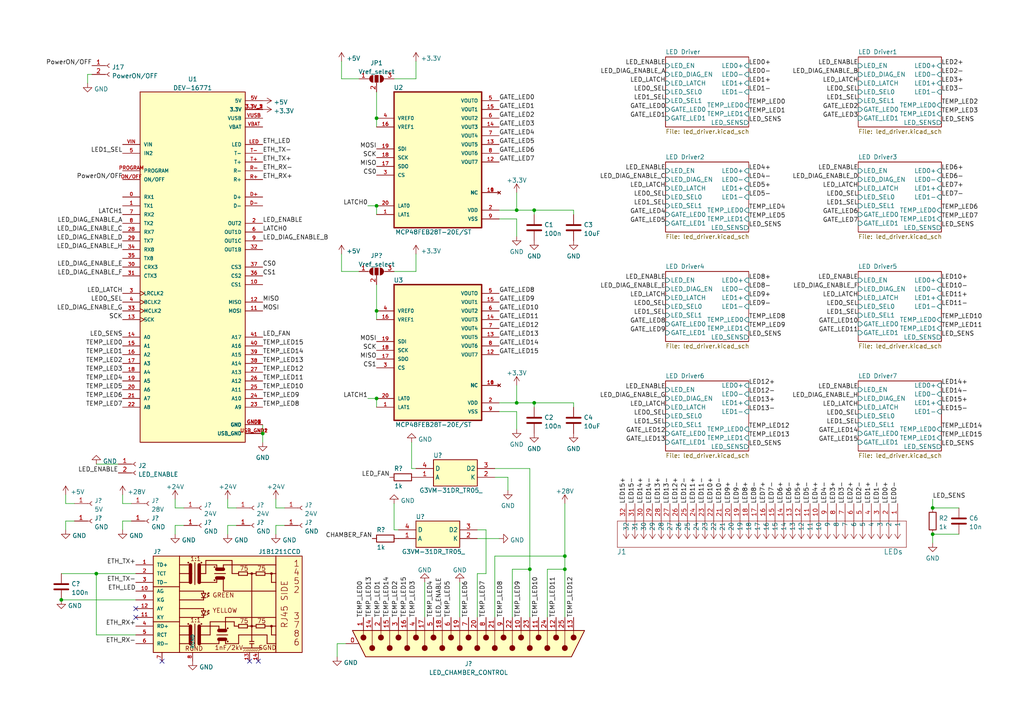
<source format=kicad_sch>
(kicad_sch (version 20211123) (generator eeschema)
  (paper "A4")
  (junction (at 270.51 147.32))
  (junction (at 109.22 115.57))
  (junction (at 163.83 161.29))
  (junction (at 154.94 60.96))
  (junction (at 17.78 173.99))
  (junction (at 109.22 90.17))
  (junction (at 154.94 116.84))
  (junction (at 153.67 165.1))
  (junction (at 27.94 166.37))
  (junction (at 270.51 154.94))
  (junction (at 149.86 60.96))
  (junction (at 163.83 165.1))
  (junction (at 149.86 116.84))
  (junction (at 109.22 34.29))
  (junction (at 76.2 125.73))
  (junction (at 109.22 59.69))
  (no_connect (at 39.37 179.07))
  (no_connect (at 72.39 191.77))
  (no_connect (at 74.93 191.77))
  (no_connect (at 46.99 191.77))
  (no_connect (at 39.37 176.53))
  (wire (pts (xy 143.51 161.29) (xy 143.51 179.07)))
  (wire (pts (xy 66.04 152.4) (xy 66.04 154.94)))
  (wire (pts (xy 82.55 147.32) (xy 80.01 147.32)))
  (wire (pts (xy 166.37 62.23) (xy 166.37 60.96)))
  (wire (pts (xy 104.14 22.86) (xy 99.06 22.86)))
  (wire (pts (xy 17.78 166.37) (xy 27.94 166.37)))
  (wire (pts (xy 109.22 82.55) (xy 109.22 90.17)))
  (wire (pts (xy 76.2 125.73) (xy 76.2 128.27)))
  (wire (pts (xy 154.94 60.96) (xy 154.94 62.23)))
  (wire (pts (xy 35.56 146.05) (xy 35.56 143.51)))
  (wire (pts (xy 149.86 60.96) (xy 149.86 55.88)))
  (wire (pts (xy 109.22 115.57) (xy 109.22 118.11)))
  (wire (pts (xy 149.86 60.96) (xy 154.94 60.96)))
  (wire (pts (xy 120.65 22.86) (xy 120.65 17.78)))
  (wire (pts (xy 21.59 146.05) (xy 19.05 146.05)))
  (wire (pts (xy 82.55 152.4) (xy 80.01 152.4)))
  (wire (pts (xy 19.05 151.13) (xy 19.05 153.67)))
  (wire (pts (xy 144.78 60.96) (xy 149.86 60.96)))
  (wire (pts (xy 149.86 116.84) (xy 149.86 111.76)))
  (wire (pts (xy 80.01 147.32) (xy 80.01 144.78)))
  (wire (pts (xy 270.51 154.94) (xy 278.13 154.94)))
  (wire (pts (xy 119.38 128.27) (xy 119.38 135.89)))
  (wire (pts (xy 109.22 34.29) (xy 109.22 36.83)))
  (wire (pts (xy 138.43 153.67) (xy 140.97 153.67)))
  (wire (pts (xy 17.78 173.99) (xy 39.37 173.99)))
  (wire (pts (xy 104.14 78.74) (xy 99.06 78.74)))
  (wire (pts (xy 109.22 59.69) (xy 109.22 62.23)))
  (wire (pts (xy 21.59 151.13) (xy 19.05 151.13)))
  (wire (pts (xy 35.56 151.13) (xy 35.56 153.67)))
  (wire (pts (xy 27.94 184.15) (xy 27.94 166.37)))
  (wire (pts (xy 109.22 90.17) (xy 109.22 92.71)))
  (wire (pts (xy 163.83 146.05) (xy 163.83 161.29)))
  (wire (pts (xy 163.83 161.29) (xy 143.51 161.29)))
  (wire (pts (xy 53.34 147.32) (xy 50.8 147.32)))
  (wire (pts (xy 153.67 135.89) (xy 153.67 165.1)))
  (wire (pts (xy 76.2 123.19) (xy 76.2 125.73)))
  (wire (pts (xy 133.35 168.91) (xy 133.35 179.07)))
  (wire (pts (xy 270.51 147.32) (xy 278.13 147.32)))
  (wire (pts (xy 270.51 157.48) (xy 270.51 154.94)))
  (wire (pts (xy 114.3 146.05) (xy 114.3 153.67)))
  (wire (pts (xy 38.1 146.05) (xy 35.56 146.05)))
  (wire (pts (xy 148.59 165.1) (xy 153.67 165.1)))
  (wire (pts (xy 163.83 165.1) (xy 163.83 179.07)))
  (wire (pts (xy 109.22 34.29) (xy 109.22 26.67)))
  (wire (pts (xy 19.05 146.05) (xy 19.05 143.51)))
  (wire (pts (xy 120.65 135.89) (xy 119.38 135.89)))
  (wire (pts (xy 154.94 60.96) (xy 166.37 60.96)))
  (wire (pts (xy 140.97 153.67) (xy 140.97 166.37)))
  (wire (pts (xy 147.32 138.43) (xy 147.32 142.24)))
  (wire (pts (xy 66.04 147.32) (xy 66.04 144.78)))
  (wire (pts (xy 38.1 151.13) (xy 35.56 151.13)))
  (wire (pts (xy 144.78 116.84) (xy 149.86 116.84)))
  (wire (pts (xy 50.8 152.4) (xy 50.8 154.94)))
  (wire (pts (xy 153.67 135.89) (xy 143.51 135.89)))
  (wire (pts (xy 114.3 22.86) (xy 120.65 22.86)))
  (wire (pts (xy 120.65 78.74) (xy 120.65 73.66)))
  (wire (pts (xy 123.19 168.91) (xy 123.19 179.07)))
  (wire (pts (xy 114.3 78.74) (xy 120.65 78.74)))
  (wire (pts (xy 149.86 119.38) (xy 149.86 124.46)))
  (wire (pts (xy 148.59 179.07) (xy 148.59 165.1)))
  (wire (pts (xy 144.78 63.5) (xy 149.86 63.5)))
  (wire (pts (xy 158.75 179.07) (xy 158.75 165.1)))
  (wire (pts (xy 166.37 118.11) (xy 166.37 116.84)))
  (wire (pts (xy 138.43 156.21) (xy 144.78 156.21)))
  (wire (pts (xy 158.75 165.1) (xy 163.83 165.1)))
  (wire (pts (xy 80.01 152.4) (xy 80.01 154.94)))
  (wire (pts (xy 27.94 166.37) (xy 39.37 166.37)))
  (wire (pts (xy 39.37 184.15) (xy 27.94 184.15)))
  (wire (pts (xy 106.68 115.57) (xy 109.22 115.57)))
  (wire (pts (xy 100.33 186.69) (xy 97.79 186.69)))
  (wire (pts (xy 97.79 186.69) (xy 97.79 190.5)))
  (wire (pts (xy 163.83 161.29) (xy 163.83 165.1)))
  (wire (pts (xy 68.58 152.4) (xy 66.04 152.4)))
  (wire (pts (xy 53.34 152.4) (xy 50.8 152.4)))
  (wire (pts (xy 270.51 144.78) (xy 270.51 147.32)))
  (wire (pts (xy 143.51 138.43) (xy 147.32 138.43)))
  (wire (pts (xy 25.4 21.59) (xy 25.4 24.13)))
  (wire (pts (xy 26.67 21.59) (xy 25.4 21.59)))
  (wire (pts (xy 50.8 147.32) (xy 50.8 144.78)))
  (wire (pts (xy 138.43 166.37) (xy 138.43 179.07)))
  (wire (pts (xy 149.86 116.84) (xy 154.94 116.84)))
  (wire (pts (xy 27.94 134.62) (xy 34.29 134.62)))
  (wire (pts (xy 154.94 116.84) (xy 154.94 118.11)))
  (wire (pts (xy 106.68 59.69) (xy 109.22 59.69)))
  (wire (pts (xy 68.58 147.32) (xy 66.04 147.32)))
  (wire (pts (xy 149.86 63.5) (xy 149.86 68.58)))
  (wire (pts (xy 154.94 116.84) (xy 166.37 116.84)))
  (wire (pts (xy 115.57 153.67) (xy 114.3 153.67)))
  (wire (pts (xy 153.67 179.07) (xy 153.67 165.1)))
  (wire (pts (xy 144.78 119.38) (xy 149.86 119.38)))
  (wire (pts (xy 99.06 22.86) (xy 99.06 17.78)))
  (wire (pts (xy 140.97 166.37) (xy 138.43 166.37)))
  (wire (pts (xy 99.06 78.74) (xy 99.06 73.66)))
  (label "LED_DIAG_ENABLE_F" (at 248.92 83.82 180))
  (label "LED13-" (at 194.31 146.05 90))
  (label "LED_ENABLE" (at 193.04 81.28 180))
  (label "GATE_LED4" (at 144.78 39.37 0))
  (label "LED_DIAG_ENABLE_A" (at 193.04 21.59 180))
  (label "CS0" (at 76.2 77.47 0))
  (label "GATE_LED6" (at 248.92 62.23 180))
  (label "LED12+" (at 217.17 111.76 0))
  (label "LED11+" (at 201.93 146.05 90))
  (label "GATE_LED15" (at 144.78 102.87 0))
  (label "TEMP_LED1" (at 217.17 33.02 0))
  (label "LED0_SEL" (at 193.04 57.15 180))
  (label "LED13-" (at 217.17 119.38 0))
  (label "LED13+" (at 217.17 116.84 0))
  (label "LED_FAN" (at 76.2 97.79 0))
  (label "LED_SENS" (at 273.05 35.56 0))
  (label "TEMP_LED1" (at 110.49 179.07 90))
  (label "GATE_LED14" (at 144.78 100.33 0))
  (label "LED_SENS" (at 217.17 129.54 0))
  (label "TEMP_LED10" (at 76.2 113.03 0))
  (label "LED1_SEL" (at 193.04 123.19 180))
  (label "LED5-" (at 217.17 57.15 0))
  (label "ETH_TX-" (at 76.2 44.45 0))
  (label "LED3+" (at 273.05 24.13 0))
  (label "LED_SENS" (at 273.05 66.04 0))
  (label "TEMP_LED5" (at 35.56 113.03 180))
  (label "LED_DIAG_ENABLE_E" (at 193.04 83.82 180))
  (label "LED_DIAG_ENABLE_B" (at 76.2 69.85 0))
  (label "LED6-" (at 229.87 146.05 90))
  (label "LED10-" (at 273.05 83.82 0))
  (label "LED_SENS" (at 217.17 97.79 0))
  (label "LED4-" (at 217.17 52.07 0))
  (label "LED_LATCH" (at 193.04 118.11 180))
  (label "LED7-" (at 273.05 57.15 0))
  (label "LED8+" (at 217.17 146.05 90))
  (label "CS0" (at 109.22 50.8 180))
  (label "LED10-" (at 209.55 146.05 90))
  (label "LED12+" (at 196.85 146.05 90))
  (label "LED1+" (at 252.73 146.05 90))
  (label "GATE_LED10" (at 248.92 93.98 180))
  (label "TEMP_LED15" (at 76.2 100.33 0))
  (label "LED14-" (at 273.05 114.3 0))
  (label "LED2+" (at 273.05 19.05 0))
  (label "TEMP_LED13" (at 76.2 105.41 0))
  (label "LED15+" (at 181.61 146.05 90))
  (label "LED_ENABLE" (at 248.92 19.05 180))
  (label "LED6+" (at 273.05 49.53 0))
  (label "TEMP_LED0" (at 217.17 30.48 0))
  (label "LED0_SEL" (at 193.04 26.67 180))
  (label "LED_LATCH" (at 193.04 86.36 180))
  (label "ETH_LED" (at 76.2 41.91 0))
  (label "TEMP_LED6" (at 35.56 115.57 180))
  (label "LED1-" (at 217.17 26.67 0))
  (label "LED6+" (at 227.33 146.05 90))
  (label "LED_DIAG_ENABLE_H" (at 35.56 72.39 180))
  (label "TEMP_LED11" (at 161.29 179.07 90))
  (label "LED9+" (at 212.09 146.05 90))
  (label "TEMP_LED13" (at 107.95 179.07 90))
  (label "LED_DIAG_ENABLE_D" (at 248.92 52.07 180))
  (label "LED_DIAG_ENABLE_F" (at 35.56 80.01 180))
  (label "LED11+" (at 273.05 86.36 0))
  (label "LATCH1" (at 35.56 62.23 180))
  (label "GATE_LED5" (at 144.78 41.91 0))
  (label "LED_LATCH" (at 248.92 24.13 180))
  (label "LED0_SEL" (at 248.92 26.67 180))
  (label "LED0_SEL" (at 193.04 120.65 180))
  (label "TEMP_LED3" (at 273.05 33.02 0))
  (label "LED_ENABLE" (at 193.04 49.53 180))
  (label "GATE_LED1" (at 144.78 31.75 0))
  (label "LED3-" (at 273.05 26.67 0))
  (label "TEMP_LED10" (at 156.21 179.07 90))
  (label "GATE_LED0" (at 193.04 31.75 180))
  (label "LED1_SEL" (at 193.04 29.21 180))
  (label "ETH_TX+" (at 39.37 163.83 180))
  (label "LED8+" (at 217.17 81.28 0))
  (label "LED6-" (at 273.05 52.07 0))
  (label "TEMP_LED12" (at 217.17 124.46 0))
  (label "LED_DIAG_ENABLE_B" (at 248.92 21.59 180))
  (label "LED8-" (at 217.17 83.82 0))
  (label "GATE_LED12" (at 193.04 125.73 180))
  (label "TEMP_LED8" (at 217.17 92.71 0))
  (label "LED4+" (at 237.49 146.05 90))
  (label "LED9-" (at 217.17 88.9 0))
  (label "LED5-" (at 234.95 146.05 90))
  (label "TEMP_LED0" (at 35.56 100.33 180))
  (label "LED_SENS" (at 217.17 66.04 0))
  (label "LED_LATCH" (at 248.92 54.61 180))
  (label "LED_LATCH" (at 193.04 54.61 180))
  (label "ETH_RX-" (at 39.37 186.69 180))
  (label "GATE_LED14" (at 248.92 125.73 180))
  (label "LED_ENABLE" (at 76.2 64.77 0))
  (label "GATE_LED2" (at 144.78 34.29 0))
  (label "TEMP_LED6" (at 273.05 60.96 0))
  (label "GATE_LED11" (at 144.78 92.71 0))
  (label "LED_LATCH" (at 35.56 85.09 180))
  (label "LED0+" (at 257.81 146.05 90))
  (label "TEMP_LED15" (at 273.05 127 0))
  (label "LED0_SEL" (at 35.56 87.63 180))
  (label "LED1+" (at 217.17 24.13 0))
  (label "GATE_LED2" (at 248.92 31.75 180))
  (label "LED_DIAG_ENABLE_A" (at 35.56 64.77 180))
  (label "LED1_SEL" (at 35.56 44.45 180))
  (label "TEMP_LED9" (at 76.2 115.57 0))
  (label "TEMP_LED11" (at 273.05 95.25 0))
  (label "LED_SENS" (at 273.05 129.54 0))
  (label "TEMP_LED2" (at 273.05 30.48 0))
  (label "LATCH1" (at 106.68 115.57 180))
  (label "TEMP_LED9" (at 151.13 179.07 90))
  (label "PowerON{slash}OFF" (at 26.67 19.05 180))
  (label "LED_DIAG_ENABLE_G" (at 193.04 115.57 180))
  (label "TEMP_LED2" (at 115.57 179.07 90))
  (label "ETH_RX+" (at 76.2 52.07 0))
  (label "LATCH0" (at 106.68 59.69 180))
  (label "TEMP_LED12" (at 166.37 179.07 90))
  (label "LED_DIAG_ENABLE_E" (at 35.56 77.47 180))
  (label "SCK" (at 109.22 45.72 180))
  (label "LED0-" (at 217.17 21.59 0))
  (label "CS1" (at 76.2 80.01 0))
  (label "GATE_LED12" (at 144.78 95.25 0))
  (label "MOSI" (at 76.2 90.17 0))
  (label "LED_ENABLE" (at 248.92 81.28 180))
  (label "CHAMBER_FAN" (at 107.95 156.21 180))
  (label "MISO" (at 109.22 48.26 180))
  (label "LED_DIAG_ENABLE_C" (at 193.04 52.07 180))
  (label "TEMP_LED14" (at 273.05 124.46 0))
  (label "LED2-" (at 273.05 21.59 0))
  (label "MISO" (at 109.22 104.14 180))
  (label "LED15-" (at 184.15 146.05 90))
  (label "GATE_LED8" (at 144.78 85.09 0))
  (label "TEMP_LED0" (at 105.41 179.07 90))
  (label "TEMP_LED5" (at 130.81 179.07 90))
  (label "GATE_LED9" (at 144.78 87.63 0))
  (label "TEMP_LED5" (at 217.17 63.5 0))
  (label "LED3-" (at 245.11 146.05 90))
  (label "LATCH0" (at 76.2 67.31 0))
  (label "TEMP_LED7" (at 140.97 179.07 90))
  (label "GATE_LED3" (at 248.92 34.29 180))
  (label "LED1_SEL" (at 248.92 123.19 180))
  (label "LED1-" (at 255.27 146.05 90))
  (label "SCK" (at 35.56 92.71 180))
  (label "GATE_LED1" (at 193.04 34.29 180))
  (label "LED15+" (at 273.05 116.84 0))
  (label "ETH_LED" (at 39.37 171.45 180))
  (label "LED11-" (at 204.47 146.05 90))
  (label "GATE_LED6" (at 144.78 44.45 0))
  (label "GATE_LED3" (at 144.78 36.83 0))
  (label "LED0-" (at 260.35 146.05 90))
  (label "LED0_SEL" (at 248.92 120.65 180))
  (label "LED3+" (at 242.57 146.05 90))
  (label "LED_LATCH" (at 193.04 24.13 180))
  (label "MOSI" (at 109.22 43.18 180))
  (label "LED9+" (at 217.17 86.36 0))
  (label "LED_DIAG_ENABLE_C" (at 35.56 67.31 180))
  (label "TEMP_LED2" (at 35.56 105.41 180))
  (label "SCK" (at 109.22 101.6 180))
  (label "LED11-" (at 273.05 88.9 0))
  (label "LED_ENABLE" (at 248.92 113.03 180))
  (label "LED_ENABLE" (at 193.04 113.03 180))
  (label "GATE_LED0" (at 144.78 29.21 0))
  (label "TEMP_LED4" (at 217.17 60.96 0))
  (label "LED12-" (at 199.39 146.05 90))
  (label "LED_SENS" (at 270.51 144.78 0))
  (label "LED1_SEL" (at 193.04 59.69 180))
  (label "GATE_LED11" (at 248.92 96.52 180))
  (label "LED12-" (at 217.17 114.3 0))
  (label "LED0_SEL" (at 248.92 57.15 180))
  (label "LED1_SEL" (at 248.92 59.69 180))
  (label "GATE_LED7" (at 144.78 46.99 0))
  (label "MOSI" (at 109.22 99.06 180))
  (label "ETH_TX-" (at 39.37 168.91 180))
  (label "LED_LATCH" (at 248.92 86.36 180))
  (label "TEMP_LED15" (at 118.11 179.07 90))
  (label "LED_SENS" (at 35.56 97.79 180))
  (label "TEMP_LED3" (at 35.56 107.95 180))
  (label "LED7+" (at 222.25 146.05 90))
  (label "GATE_LED8" (at 193.04 93.98 180))
  (label "LED2-" (at 250.19 146.05 90))
  (label "LED_ENABLE" (at 34.29 137.16 180))
  (label "TEMP_LED11" (at 76.2 110.49 0))
  (label "GATE_LED13" (at 193.04 128.27 180))
  (label "GATE_LED10" (at 144.78 90.17 0))
  (label "LED_SENS" (at 273.05 97.79 0))
  (label "TEMP_LED7" (at 273.05 63.5 0))
  (label "LED5+" (at 232.41 146.05 90))
  (label "LED7-" (at 224.79 146.05 90))
  (label "GATE_LED7" (at 248.92 64.77 180))
  (label "LED9-" (at 214.63 146.05 90))
  (label "LED4-" (at 240.03 146.05 90))
  (label "GATE_LED13" (at 144.78 97.79 0))
  (label "LED5+" (at 217.17 54.61 0))
  (label "TEMP_LED4" (at 35.56 110.49 180))
  (label "LED7+" (at 273.05 54.61 0))
  (label "LED14+" (at 186.69 146.05 90))
  (label "LED1_SEL" (at 193.04 91.44 180))
  (label "TEMP_LED9" (at 217.17 95.25 0))
  (label "LED1_SEL" (at 248.92 91.44 180))
  (label "LED10+" (at 273.05 81.28 0))
  (label "GATE_LED9" (at 193.04 96.52 180))
  (label "ETH_RX-" (at 76.2 49.53 0))
  (label "LED_DIAG_ENABLE_D" (at 35.56 69.85 180))
  (label "TEMP_LED3" (at 120.65 179.07 90))
  (label "TEMP_LED7" (at 35.56 118.11 180))
  (label "LED10+" (at 207.01 146.05 90))
  (label "MISO" (at 76.2 87.63 0))
  (label "CS1" (at 109.22 106.68 180))
  (label "TEMP_LED14" (at 113.03 179.07 90))
  (label "LED_ENABLE" (at 193.04 19.05 180))
  (label "TEMP_LED1" (at 35.56 102.87 180))
  (label "LED14+" (at 273.05 111.76 0))
  (label "TEMP_LED8" (at 76.2 118.11 0))
  (label "TEMP_LED12" (at 76.2 107.95 0))
  (label "TEMP_LED13" (at 217.17 127 0))
  (label "LED_LATCH" (at 248.92 118.11 180))
  (label "PowerON{slash}OFF" (at 35.56 52.07 180))
  (label "LED4+" (at 217.17 49.53 0))
  (label "LED_SENS" (at 217.17 35.56 0))
  (label "LED0_SEL" (at 248.92 88.9 180))
  (label "LED_DIAG_ENABLE_H" (at 248.92 115.57 180))
  (label "LED1_SEL" (at 248.92 29.21 180))
  (label "LED_ENABLE" (at 128.27 179.07 90))
  (label "TEMP_LED4" (at 125.73 179.07 90))
  (label "TEMP_LED8" (at 146.05 179.07 90))
  (label "GATE_LED5" (at 193.04 64.77 180))
  (label "LED8-" (at 219.71 146.05 90))
  (label "TEMP_LED10" (at 273.05 92.71 0))
  (label "LED13+" (at 191.77 146.05 90))
  (label "LED2+" (at 247.65 146.05 90))
  (label "LED14-" (at 189.23 146.05 90))
  (label "LED0+" (at 217.17 19.05 0))
  (label "ETH_TX+" (at 76.2 46.99 0))
  (label "LED15-" (at 273.05 119.38 0))
  (label "ETH_RX+" (at 39.37 181.61 180))
  (label "LED_DIAG_ENABLE_G" (at 35.56 90.17 180))
  (label "LED_ENABLE" (at 248.92 49.53 180))
  (label "TEMP_LED6" (at 135.89 179.07 90))
  (label "TEMP_LED14" (at 76.2 102.87 0))
  (label "LED0_SEL" (at 193.04 88.9 180))
  (label "GATE_LED15" (at 248.92 128.27 180))
  (label "GATE_LED4" (at 193.04 62.23 180))
  (label "LED_FAN" (at 113.03 138.43 180))
  (symbol (lib_id "power:GND") (at 149.86 68.58 0) (unit 1)
    (property "Reference" "#PWR0102" (effects hide))
    (property "Value" "GND" (at 149.86 73.0234 0))
  )
  (symbol (lib_id "power:+5V") (at 99.06 17.78 0) (unit 1)
    (property "Reference" "#PWR0103" (effects hide))
    (property "Value" "+5V" (at 100.457 16.9438 0) (effects (justify left)))
  )
  (symbol (lib_id "power:+3.3V") (at 149.86 55.88 0) (unit 1)
    (property "Reference" "#PWR0101" (effects hide))
    (property "Value" "+3.3V" (at 149.86 52.3042 0))
  )
  (symbol (lib_id "J1B1211CCD:J1B1211CCD") (at 67.31 176.53 0) (unit 1)
    (property "Reference" "J?" (at 44.45 160.02 0) (effects (justify left)))
    (property "Value" "J1B1211CCD" (at 74.93 160.02 0) (effects (justify left)))
    (property "Footprint" "J1B1211CCD" (effects hide))
  )
  (symbol (lib_id "power:GND") (at 123.19 168.91 180) (unit 1)
    (property "Reference" "#PWR?" (effects hide))
    (property "Value" "GND" (at 123.19 165.3342 0))
  )
  (symbol (lib_id "power:GND") (at 154.94 125.73 0) (unit 1)
    (property "Reference" "#PWR0105" (effects hide))
    (property "Value" "GND" (at 154.94 130.1734 0))
  )
  (symbol (lib_id "Device:R") (at 270.51 151.13 0) (unit 1)
    (property "Reference" "R2" (at 272.288 150.2953 0) (effects (justify left)))
    (property "Value" "1k" (at 272.288 152.8322 0) (effects (justify left)))
    (property "Footprint" "Resistor_SMD:R_0603_1608Metric_Pad0.98x0.95mm_HandSolder" (effects hide))
  )
  (symbol (lib_id "power:GND") (at 144.78 156.21 90) (unit 1)
    (property "Reference" "#PWR?" (effects hide))
    (property "Value" "GND" (at 147.955 156.6438 90) (effects (justify right)))
  )
  (symbol (lib_id "power:+24V") (at 66.04 144.78 0) (unit 1)
    (property "Reference" "#PWR?" (effects hide))
    (property "Value" "+24V" (at 66.04 141.2042 0))
  )
  (symbol (lib_id "power:GND") (at 80.01 154.94 0) (unit 1)
    (property "Reference" "#PWR?" (effects hide))
    (property "Value" "GND" (at 81.915 156.6438 0) (effects (justify left)))
  )
  (symbol (lib_id "power:+3.3V") (at 149.86 111.76 0) (unit 1)
    (property "Reference" "#PWR0106" (effects hide))
    (property "Value" "+3.3V" (at 149.86 108.1842 0))
  )
  (symbol (lib_id "Device:R") (at 111.76 156.21 90) (unit 1)
    (property "Reference" "R?" (at 110.49 153.67 90))
    (property "Value" "1k" (at 110.49 158.75 90))
    (property "Footprint" "Resistor_SMD:R_0603_1608Metric_Pad0.98x0.95mm_HandSolder" (effects hide))
  )
  (symbol (lib_id "G3VM-31DR_TR05_:G3VM-31DR_TR05_") (at 120.65 135.89 0) (unit 1)
    (property "Reference" "U?" (at 127 132.08 0))
    (property "Value" "G3VM-31DR_TR05_" (at 130.81 142.24 0))
    (property "Reference_1" "K" (effects hide))
    (property "Value_1" "G3VM-31DR_TR05_" (effects hide))
    (property "Footprint_1" "G3VM31DRTR05" (effects hide))
    (property "Height" "3.8" (effects hide))
    (property "Mouser Part Number" "653-G3VM-31DR(TR05)" (effects hide))
    (property "Mouser Price/Stock" "https://www.mouser.co.uk/ProductDetail/Omron-Electronics/G3VM-31DRTR05?qs=wnTfsH77Xs5ttufbIZctbg%3D%3D" (effects hide))
    (property "Manufacturer_Name" "Omron Electronics" (effects hide))
    (property "Manufacturer_Part_Number" "G3VM-31DR(TR05)" (effects hide))
  )
  (symbol (lib_id "power:GND") (at 147.32 142.24 0) (unit 1)
    (property "Reference" "#PWR?" (effects hide))
    (property "Value" "GND" (at 147.32 146.6834 0))
  )
  (symbol (lib_id "power:GND") (at 97.79 190.5 0) (unit 1)
    (property "Reference" "#PWR?" (effects hide))
    (property "Value" "GND" (at 99.695 192.2038 0) (effects (justify left)))
  )
  (symbol (lib_id "Connector:Conn_01x01_Female") (at 26.67 151.13 0) (unit 1)
    (property "Reference" "J?" (at 27.3812 150.2953 0) (effects (justify left)))
    (property "Value" "GND" (at 27.3812 152.8322 0) (effects (justify left)))
  )
  (symbol (lib_id "power:GND") (at 76.2 128.27 0) (unit 1)
    (property "Reference" "#PWR0114" (effects hide))
    (property "Value" "GND" (at 76.2 132.7134 0))
  )
  (symbol (lib_id "power:GND") (at 35.56 153.67 0) (unit 1)
    (property "Reference" "#PWR?" (effects hide))
    (property "Value" "GND" (at 37.465 155.3738 0) (effects (justify left)))
  )
  (symbol (lib_id "power:GND") (at 55.88 191.77 0) (unit 1)
    (property "Reference" "#PWR?" (effects hide))
    (property "Value" "GND" (at 57.785 193.4738 0) (effects (justify left)))
  )
  (symbol (lib_id "power:GND") (at 25.4 24.13 0) (unit 1)
    (property "Reference" "#PWR0176" (effects hide))
    (property "Value" "GND" (at 27.305 25.8338 0) (effects (justify left)))
  )
  (symbol (lib_name "MCP48FEB28T-20E{slash}ST_1") (lib_id "MCP48FEB28T-20E_ST:MCP48FEB28T-20E{slash}ST") (at 128.27 101.6 0) (unit 1)
    (property "Reference" "U3" (at 115.57 81.28 0))
    (property "Value" "MCP48FEB28T-20E/ST" (at 125.73 123.19 0))
    (property "Footprint" "SOP65P640X120-20N" (effects hide))
    (property "Manufacturer" "Microchip Technology" (effects hide))
    (property "Package" "SOP65P640X120-20N" (effects hide))
  )
  (symbol (lib_id "Device:C") (at 154.94 121.92 0) (unit 1)
    (property "Reference" "C2" (at 157.861 121.0853 0) (effects (justify left)))
    (property "Value" "100n" (at 157.861 123.6222 0) (effects (justify left)))
    (property "Footprint" "Capacitor_SMD:C_0603_1608Metric_Pad1.08x0.95mm_HandSolder" (effects hide))
  )
  (symbol (lib_id "power:GND") (at 133.35 168.91 180) (unit 1)
    (property "Reference" "#PWR?" (effects hide))
    (property "Value" "GND" (at 133.35 165.3342 0))
  )
  (symbol (lib_id "Connector:Conn_01x01_Female") (at 58.42 152.4 0) (unit 1)
    (property "Reference" "J?" (at 59.1312 151.5653 0) (effects (justify left)))
    (property "Value" "GND" (at 59.1312 154.1022 0) (effects (justify left)))
  )
  (symbol (lib_id "DEV-16771:DEV-16771") (at 55.88 77.47 0) (unit 1)
    (property "Reference" "U1" (at 55.88 22.9702 0))
    (property "Value" "DEV-16771" (at 55.88 25.5071 0))
    (property "Footprint" "custom_lib:MODULE_DEV-16771" (effects hide))
    (property "MANUFACTURER" "SparkFun Electronics" (effects hide))
    (property "MAXIMUM_PACKAGE_HEIGHT" "4.07mm" (effects hide))
    (property "PARTREV" "4.1" (effects hide))
    (property "STANDARD" "Manufacturer recommendations" (effects hide))
  )
  (symbol (lib_id "power:GND") (at 19.05 153.67 0) (unit 1)
    (property "Reference" "#PWR?" (effects hide))
    (property "Value" "GND" (at 20.955 155.3738 0) (effects (justify left)))
  )
  (symbol (lib_id "Device:C") (at 154.94 66.04 0) (unit 1)
    (property "Reference" "C1" (at 157.861 65.2053 0) (effects (justify left)))
    (property "Value" "100n" (at 157.861 67.7422 0) (effects (justify left)))
    (property "Footprint" "Capacitor_SMD:C_0603_1608Metric_Pad1.08x0.95mm_HandSolder" (effects hide))
  )
  (symbol (lib_id "power:GND") (at 166.37 125.73 0) (unit 1)
    (property "Reference" "#PWR0104" (effects hide))
    (property "Value" "GND" (at 166.37 130.1734 0))
  )
  (symbol (lib_id "Jumper:SolderJumper_3_Open") (at 109.22 22.86 0) (unit 1)
    (property "Reference" "JP1" (at 109.22 18.2712 0))
    (property "Value" "Vref_select" (at 109.22 20.8081 0))
    (property "Footprint" "Jumper:SolderJumper-3_P1.3mm_Open_RoundedPad1.0x1.5mm_NumberLabels" (effects hide))
  )
  (symbol (lib_id "Connector:Conn_01x02_Female") (at 39.37 134.62 0) (unit 1)
    (property "Reference" "J2" (at 40.0812 135.0553 0) (effects (justify left)))
    (property "Value" "LED_ENABLE" (at 40.0812 137.5922 0) (effects (justify left)))
    (property "Footprint" "Connector_PinHeader_2.54mm:PinHeader_1x02_P2.54mm_Vertical" (effects hide))
  )
  (symbol (lib_id "power:+28V") (at 35.56 143.51 0) (unit 1)
    (property "Reference" "#PWR?" (effects hide))
    (property "Value" "+28V" (at 36.957 142.6738 0) (effects (justify left)))
  )
  (symbol (lib_id "G3VM-31DR_TR05_:G3VM-31DR_TR05_") (at 115.57 153.67 0) (unit 1)
    (property "Reference" "U?" (at 121.92 149.86 0))
    (property "Value" "G3VM-31DR_TR05_" (at 125.73 160.02 0))
    (property "Reference_1" "K" (effects hide))
    (property "Value_1" "G3VM-31DR_TR05_" (effects hide))
    (property "Footprint_1" "G3VM31DRTR05" (effects hide))
    (property "Height" "3.8" (effects hide))
    (property "Mouser Part Number" "653-G3VM-31DR(TR05)" (effects hide))
    (property "Mouser Price/Stock" "https://www.mouser.co.uk/ProductDetail/Omron-Electronics/G3VM-31DRTR05?qs=wnTfsH77Xs5ttufbIZctbg%3D%3D" (effects hide))
    (property "Manufacturer_Name" "Omron Electronics" (effects hide))
    (property "Manufacturer_Part_Number" "G3VM-31DR(TR05)" (effects hide))
  )
  (symbol (lib_id "Connector:Conn_01x01_Female") (at 43.18 146.05 0) (unit 1)
    (property "Reference" "J?" (at 43.8912 145.2153 0) (effects (justify left)))
    (property "Value" "28V" (at 43.8912 147.7522 0) (effects (justify left)))
  )
  (symbol (lib_id "Connector:Conn_01x01_Female") (at 73.66 147.32 0) (unit 1)
    (property "Reference" "J?" (at 74.3712 146.4853 0) (effects (justify left)))
    (property "Value" "24V" (at 74.3712 149.0222 0) (effects (justify left)))
  )
  (symbol (lib_id "Device:C") (at 166.37 66.04 0) (unit 1)
    (property "Reference" "C3" (at 169.291 65.2053 0) (effects (justify left)))
    (property "Value" "10uF" (at 169.291 67.7422 0) (effects (justify left)))
    (property "Footprint" "Capacitor_SMD:C_0603_1608Metric_Pad1.08x0.95mm_HandSolder" (effects hide))
  )
  (symbol (lib_id "power:GND") (at 50.8 154.94 0) (unit 1)
    (property "Reference" "#PWR?" (effects hide))
    (property "Value" "GND" (at 52.705 156.6438 0) (effects (justify left)))
  )
  (symbol (lib_id "power:GND") (at 270.51 157.48 0) (unit 1)
    (property "Reference" "#PWR0117" (effects hide))
    (property "Value" "GND" (at 270.51 161.9234 0))
  )
  (symbol (lib_id "713-1436_037-000:713-1436_037-000") (at 260.35 146.05 270) (unit 1)
    (property "Reference" "J1" (at 180.34 160.02 90) (effects (font (size 1.524 1.524))))
    (property "Value" "LEDs" (at 259.08 160.02 90) (effects (font (size 1.524 1.524))))
    (property "Footprint" "custom_lib:CONN_713-1436&slash_037-000_WAG" (effects hide))
    (property "Datasheet" "713-1436/037-000" (effects hide))
  )
  (symbol (lib_id "power:GND") (at 166.37 69.85 0) (unit 1)
    (property "Reference" "#PWR0109" (effects hide))
    (property "Value" "GND" (at 166.37 74.2934 0))
  )
  (symbol (lib_id "power:+28V") (at 163.83 146.05 0) (unit 1)
    (property "Reference" "#PWR?" (effects hide))
    (property "Value" "+28V" (at 163.83 142.4742 0))
  )
  (symbol (lib_id "Connector:Conn_01x01_Female") (at 87.63 147.32 0) (unit 1)
    (property "Reference" "J?" (at 88.3412 146.4853 0) (effects (justify left)))
    (property "Value" "24V" (at 88.3412 149.0222 0) (effects (justify left)))
  )
  (symbol (lib_id "power:+3.3V") (at 120.65 73.66 0) (unit 1)
    (property "Reference" "#PWR?" (effects hide))
    (property "Value" "+3.3V" (at 122.047 72.8238 0) (effects (justify left)))
  )
  (symbol (lib_id "power:+5V") (at 19.05 143.51 0) (unit 1)
    (property "Reference" "#PWR?" (effects hide))
    (property "Value" "+5V" (at 20.447 142.6738 0) (effects (justify left)))
  )
  (symbol (lib_id "Device:C") (at 278.13 151.13 0) (unit 1)
    (property "Reference" "C6" (at 281.051 150.2953 0) (effects (justify left)))
    (property "Value" "10n" (at 281.051 152.8322 0) (effects (justify left)))
    (property "Footprint" "Capacitor_SMD:C_0603_1608Metric_Pad1.08x0.95mm_HandSolder" (effects hide))
  )
  (symbol (lib_id "power:+3.3V") (at 76.2 31.75 270) (unit 1)
    (property "Reference" "#PWR0111" (effects hide))
    (property "Value" "+3.3V" (at 79.375 32.1838 90) (effects (justify left)))
  )
  (symbol (lib_id "Jumper:SolderJumper_3_Open") (at 109.22 78.74 0) (unit 1)
    (property "Reference" "JP?" (at 109.22 74.1512 0))
    (property "Value" "Vref_select" (at 109.22 76.6881 0))
    (property "Footprint" "Jumper:SolderJumper-3_P1.3mm_Open_RoundedPad1.0x1.5mm_NumberLabels" (effects hide))
  )
  (symbol (lib_id "power:+24V") (at 50.8 144.78 0) (unit 1)
    (property "Reference" "#PWR?" (effects hide))
    (property "Value" "+24V" (at 50.8 141.2042 0))
  )
  (symbol (lib_id "Connector:Conn_01x01_Female") (at 26.67 146.05 0) (unit 1)
    (property "Reference" "J?" (at 27.3812 145.2153 0) (effects (justify left)))
    (property "Value" "5V" (at 27.3812 147.7522 0) (effects (justify left)))
  )
  (symbol (lib_id "power:+24V") (at 80.01 144.78 0) (unit 1)
    (property "Reference" "#PWR?" (effects hide))
    (property "Value" "+24V" (at 80.01 141.2042 0))
  )
  (symbol (lib_id "Connector:Conn_01x01_Female") (at 73.66 152.4 0) (unit 1)
    (property "Reference" "J?" (at 74.3712 151.5653 0) (effects (justify left)))
    (property "Value" "GND" (at 74.3712 154.1022 0) (effects (justify left)))
  )
  (symbol (lib_id "power:GND") (at 27.94 134.62 180) (unit 1)
    (property "Reference" "#PWR0116" (effects hide))
    (property "Value" "GND" (at 29.845 133.7838 0) (effects (justify right)))
  )
  (symbol (lib_id "Device:C") (at 17.78 170.18 0) (unit 1)
    (property "Reference" "C?" (at 20.701 169.3453 0) (effects (justify left)))
    (property "Value" "100n" (at 20.701 171.8822 0) (effects (justify left)))
    (property "Footprint" "Capacitor_SMD:C_0603_1608Metric_Pad1.08x0.95mm_HandSolder" (effects hide))
  )
  (symbol (lib_id "power:GND") (at 154.94 69.85 0) (unit 1)
    (property "Reference" "#PWR0110" (effects hide))
    (property "Value" "GND" (at 154.94 74.2934 0))
  )
  (symbol (lib_id "Connector:Conn_01x01_Female") (at 87.63 152.4 0) (unit 1)
    (property "Reference" "J?" (at 88.3412 151.5653 0) (effects (justify left)))
    (property "Value" "GND" (at 88.3412 154.1022 0) (effects (justify left)))
  )
  (symbol (lib_id "power:GND") (at 17.78 173.99 0) (unit 1)
    (property "Reference" "#PWR?" (effects hide))
    (property "Value" "GND" (at 19.685 175.6938 0) (effects (justify left)))
  )
  (symbol (lib_id "Device:C") (at 166.37 121.92 0) (unit 1)
    (property "Reference" "C4" (at 169.291 121.0853 0) (effects (justify left)))
    (property "Value" "10uF" (at 169.291 123.6222 0) (effects (justify left)))
    (property "Footprint" "Capacitor_SMD:C_0603_1608Metric_Pad1.08x0.95mm_HandSolder" (effects hide))
  )
  (symbol (lib_id "Device:R") (at 116.84 138.43 90) (unit 1)
    (property "Reference" "R?" (at 115.57 135.89 90))
    (property "Value" "1k" (at 115.57 140.97 90))
    (property "Footprint" "Resistor_SMD:R_0603_1608Metric_Pad0.98x0.95mm_HandSolder" (effects hide))
  )
  (symbol (lib_id "Connector:Conn_01x01_Female") (at 58.42 147.32 0) (unit 1)
    (property "Reference" "J?" (at 59.1312 146.4853 0) (effects (justify left)))
    (property "Value" "24V" (at 59.1312 149.0222 0) (effects (justify left)))
  )
  (symbol (lib_id "power:+5V") (at 76.2 29.21 270) (unit 1)
    (property "Reference" "#PWR0196" (effects hide))
    (property "Value" "+5V" (at 79.375 29.6438 90) (effects (justify left)))
  )
  (symbol (lib_id "power:GND") (at 66.04 154.94 0) (unit 1)
    (property "Reference" "#PWR?" (effects hide))
    (property "Value" "GND" (at 67.945 156.6438 0) (effects (justify left)))
  )
  (symbol (lib_id "Connector:Conn_01x02_Female") (at 31.75 19.05 0) (unit 1)
    (property "Reference" "J17" (at 32.4612 19.4853 0) (effects (justify left)))
    (property "Value" "PowerON/OFF" (at 32.4612 22.0222 0) (effects (justify left)))
    (property "Footprint" "Connector_PinHeader_2.54mm:PinHeader_1x02_P2.54mm_Vertical" (effects hide))
  )
  (symbol (lib_id "power:GND") (at 149.86 124.46 0) (unit 1)
    (property "Reference" "#PWR0108" (effects hide))
    (property "Value" "GND" (at 149.86 128.9034 0))
  )
  (symbol (lib_id "power:GND") (at 114.3 146.05 180) (unit 1)
    (property "Reference" "#PWR?" (effects hide))
    (property "Value" "GND" (at 116.205 145.2138 0) (effects (justify right)))
  )
  (symbol (lib_id "MCP48FEB28T-20E_ST:MCP48FEB28T-20E{slash}ST") (at 128.27 45.72 0) (unit 1)
    (property "Reference" "U2" (at 115.57 25.4 0))
    (property "Value" "MCP48FEB28T-20E/ST" (at 125.73 67.31 0))
    (property "Footprint" "SOP65P640X120-20N" (effects hide))
    (property "Manufacturer" "Microchip Technology" (effects hide))
    (property "Package" "SOP65P640X120-20N" (effects hide))
  )
  (symbol (lib_id "power:GND") (at 119.38 128.27 180) (unit 1)
    (property "Reference" "#PWR?" (effects hide))
    (property "Value" "GND" (at 121.285 127.4338 0) (effects (justify right)))
  )
  (symbol (lib_id "Connector:Conn_01x01_Female") (at 43.18 151.13 0) (unit 1)
    (property "Reference" "J?" (at 43.8912 150.2953 0) (effects (justify left)))
    (property "Value" "GND" (at 43.8912 152.8322 0) (effects (justify left)))
  )
  (symbol (lib_id "Connector:DB25_Male_MountingHoles") (at 135.89 186.69 270) (unit 1)
    (property "Reference" "J?" (at 135.89 192.5304 90))
    (property "Value" "LED_CHAMBER_CONTROL" (at 135.89 195.0673 90))
    (property "Datasheet" " ~" (effects hide))
  )
  (symbol (lib_id "power:+3.3V") (at 120.65 17.78 0) (unit 1)
    (property "Reference" "#PWR0197" (effects hide))
    (property "Value" "+3.3V" (at 122.047 16.9438 0) (effects (justify left)))
  )
  (symbol (lib_id "power:+5V") (at 99.06 73.66 0) (unit 1)
    (property "Reference" "#PWR?" (effects hide))
    (property "Value" "+5V" (at 100.457 72.8238 0) (effects (justify left)))
  )
  (sheet (at 248.92 46.99) (size 24.13 20.32) (stroke (width 0.1524))
    (property "Sheet name" "LED Driver3" (at 248.92 46.2784 0) (effects (justify left bottom)))
    (property "Sheet file" "led_driver.kicad_sch" (at 248.92 67.8946 0) (effects (justify left top)))
    (pin "LED_SEL1" input (at 248.92 59.69 180))
    (pin "LED_SEL0" input (at 248.92 57.15 180))
    (pin "LED_DIAG_EN" input (at 248.92 52.07 180))
    (pin "LED_EN" input (at 248.92 49.53 180))
    (pin "LED_LATCH" input (at 248.92 54.61 180))
    (pin "LED_SENS" output (at 273.05 66.04 0))
    (pin "GATE_LED1" input (at 248.92 64.77 180))
    (pin "GATE_LED0" input (at 248.92 62.23 180))
    (pin "TEMP_LED0" input (at 273.05 60.96 0))
    (pin "TEMP_LED1" input (at 273.05 63.5 0))
    (pin "LED0+" input (at 273.05 49.53 0))
    (pin "LED0-" input (at 273.05 52.07 0))
    (pin "LED1+" input (at 273.05 54.61 0))
    (pin "LED1-" input (at 273.05 57.15 0))
  )
  (sheet (at 193.04 46.99) (size 24.13 20.32) (stroke (width 0.1524))
    (property "Sheet name" "LED Driver2" (at 193.04 46.2784 0) (effects (justify left bottom)))
    (property "Sheet file" "led_driver.kicad_sch" (at 193.04 67.8946 0) (effects (justify left top)))
    (pin "LED_SEL1" input (at 193.04 59.69 180))
    (pin "LED_SEL0" input (at 193.04 57.15 180))
    (pin "LED_DIAG_EN" input (at 193.04 52.07 180))
    (pin "LED_EN" input (at 193.04 49.53 180))
    (pin "LED_LATCH" input (at 193.04 54.61 180))
    (pin "LED_SENS" output (at 217.17 66.04 0))
    (pin "GATE_LED1" input (at 193.04 64.77 180))
    (pin "GATE_LED0" input (at 193.04 62.23 180))
    (pin "TEMP_LED0" input (at 217.17 60.96 0))
    (pin "TEMP_LED1" input (at 217.17 63.5 0))
    (pin "LED0+" input (at 217.17 49.53 0))
    (pin "LED0-" input (at 217.17 52.07 0))
    (pin "LED1+" input (at 217.17 54.61 0))
    (pin "LED1-" input (at 217.17 57.15 0))
  )
  (sheet (at 248.92 16.51) (size 24.13 20.32) (stroke (width 0.1524))
    (property "Sheet name" "LED Driver1" (at 248.92 15.7984 0) (effects (justify left bottom)))
    (property "Sheet file" "led_driver.kicad_sch" (at 248.92 37.4146 0) (effects (justify left top)))
    (pin "LED_SEL1" input (at 248.92 29.21 180))
    (pin "LED_SEL0" input (at 248.92 26.67 180))
    (pin "LED_DIAG_EN" input (at 248.92 21.59 180))
    (pin "LED_EN" input (at 248.92 19.05 180))
    (pin "LED_LATCH" input (at 248.92 24.13 180))
    (pin "LED_SENS" output (at 273.05 35.56 0))
    (pin "GATE_LED1" input (at 248.92 34.29 180))
    (pin "GATE_LED0" input (at 248.92 31.75 180))
    (pin "TEMP_LED0" input (at 273.05 30.48 0))
    (pin "TEMP_LED1" input (at 273.05 33.02 0))
    (pin "LED0+" input (at 273.05 19.05 0))
    (pin "LED0-" input (at 273.05 21.59 0))
    (pin "LED1+" input (at 273.05 24.13 0))
    (pin "LED1-" input (at 273.05 26.67 0))
  )
  (sheet (at 193.04 110.49) (size 24.13 20.32) (stroke (width 0.1524))
    (property "Sheet name" "LED Driver6" (at 193.04 109.7784 0) (effects (justify left bottom)))
    (property "Sheet file" "led_driver.kicad_sch" (at 193.04 131.3946 0) (effects (justify left top)))
    (pin "LED_SEL1" input (at 193.04 123.19 180))
    (pin "LED_SEL0" input (at 193.04 120.65 180))
    (pin "LED_DIAG_EN" input (at 193.04 115.57 180))
    (pin "LED_EN" input (at 193.04 113.03 180))
    (pin "LED_LATCH" input (at 193.04 118.11 180))
    (pin "LED_SENS" output (at 217.17 129.54 0))
    (pin "GATE_LED1" input (at 193.04 128.27 180))
    (pin "GATE_LED0" input (at 193.04 125.73 180))
    (pin "TEMP_LED0" input (at 217.17 124.46 0))
    (pin "TEMP_LED1" input (at 217.17 127 0))
    (pin "LED0+" input (at 217.17 111.76 0))
    (pin "LED0-" input (at 217.17 114.3 0))
    (pin "LED1+" input (at 217.17 116.84 0))
    (pin "LED1-" input (at 217.17 119.38 0))
  )
  (sheet (at 248.92 110.49) (size 24.13 20.32) (stroke (width 0.1524))
    (property "Sheet name" "LED Driver7" (at 248.92 109.7784 0) (effects (justify left bottom)))
    (property "Sheet file" "led_driver.kicad_sch" (at 248.92 131.3946 0) (effects (justify left top)))
    (pin "LED_SEL1" input (at 248.92 123.19 180))
    (pin "LED_SEL0" input (at 248.92 120.65 180))
    (pin "LED_DIAG_EN" input (at 248.92 115.57 180))
    (pin "LED_EN" input (at 248.92 113.03 180))
    (pin "LED_LATCH" input (at 248.92 118.11 180))
    (pin "LED_SENS" output (at 273.05 129.54 0))
    (pin "GATE_LED1" input (at 248.92 128.27 180))
    (pin "GATE_LED0" input (at 248.92 125.73 180))
    (pin "TEMP_LED0" input (at 273.05 124.46 0))
    (pin "TEMP_LED1" input (at 273.05 127 0))
    (pin "LED0+" input (at 273.05 111.76 0))
    (pin "LED0-" input (at 273.05 114.3 0))
    (pin "LED1+" input (at 273.05 116.84 0))
    (pin "LED1-" input (at 273.05 119.38 0))
  )
  (sheet (at 248.92 78.74) (size 24.13 20.32) (stroke (width 0.1524))
    (property "Sheet name" "LED Driver5" (at 248.92 78.0284 0) (effects (justify left bottom)))
    (property "Sheet file" "led_driver.kicad_sch" (at 248.92 99.6446 0) (effects (justify left top)))
    (pin "LED_SEL1" input (at 248.92 91.44 180))
    (pin "LED_SEL0" input (at 248.92 88.9 180))
    (pin "LED_DIAG_EN" input (at 248.92 83.82 180))
    (pin "LED_EN" input (at 248.92 81.28 180))
    (pin "LED_LATCH" input (at 248.92 86.36 180))
    (pin "LED_SENS" output (at 273.05 97.79 0))
    (pin "GATE_LED1" input (at 248.92 96.52 180))
    (pin "GATE_LED0" input (at 248.92 93.98 180))
    (pin "TEMP_LED0" input (at 273.05 92.71 0))
    (pin "TEMP_LED1" input (at 273.05 95.25 0))
    (pin "LED0+" input (at 273.05 81.28 0))
    (pin "LED0-" input (at 273.05 83.82 0))
    (pin "LED1+" input (at 273.05 86.36 0))
    (pin "LED1-" input (at 273.05 88.9 0))
  )
  (sheet (at 193.04 16.51) (size 24.13 20.32) (stroke (width 0.1524))
    (property "Sheet name" "LED Driver" (at 193.04 15.7984 0) (effects (justify left bottom)))
    (property "Sheet file" "led_driver.kicad_sch" (at 193.04 37.4146 0) (effects (justify left top)))
    (pin "LED_SEL1" input (at 193.04 29.21 180))
    (pin "LED_SEL0" input (at 193.04 26.67 180))
    (pin "LED_DIAG_EN" input (at 193.04 21.59 180))
    (pin "LED_EN" input (at 193.04 19.05 180))
    (pin "LED_LATCH" input (at 193.04 24.13 180))
    (pin "LED_SENS" output (at 217.17 35.56 0))
    (pin "GATE_LED1" input (at 193.04 34.29 180))
    (pin "GATE_LED0" input (at 193.04 31.75 180))
    (pin "TEMP_LED0" input (at 217.17 30.48 0))
    (pin "TEMP_LED1" input (at 217.17 33.02 0))
    (pin "LED0+" input (at 217.17 19.05 0))
    (pin "LED0-" input (at 217.17 21.59 0))
    (pin "LED1+" input (at 217.17 24.13 0))
    (pin "LED1-" input (at 217.17 26.67 0))
  )
  (sheet (at 193.04 78.74) (size 24.13 20.32) (stroke (width 0.1524))
    (property "Sheet name" "LED Driver4" (at 193.04 78.0284 0) (effects (justify left bottom)))
    (property "Sheet file" "led_driver.kicad_sch" (at 193.04 99.6446 0) (effects (justify left top)))
    (pin "LED_SEL1" input (at 193.04 91.44 180))
    (pin "LED_SEL0" input (at 193.04 88.9 180))
    (pin "LED_DIAG_EN" input (at 193.04 83.82 180))
    (pin "LED_EN" input (at 193.04 81.28 180))
    (pin "LED_LATCH" input (at 193.04 86.36 180))
    (pin "LED_SENS" output (at 217.17 97.79 0))
    (pin "GATE_LED1" input (at 193.04 96.52 180))
    (pin "GATE_LED0" input (at 193.04 93.98 180))
    (pin "TEMP_LED0" input (at 217.17 92.71 0))
    (pin "TEMP_LED1" input (at 217.17 95.25 0))
    (pin "LED0+" input (at 217.17 81.28 0))
    (pin "LED0-" input (at 217.17 83.82 0))
    (pin "LED1+" input (at 217.17 86.36 0))
    (pin "LED1-" input (at 217.17 88.9 0))
  )
)
</source>
